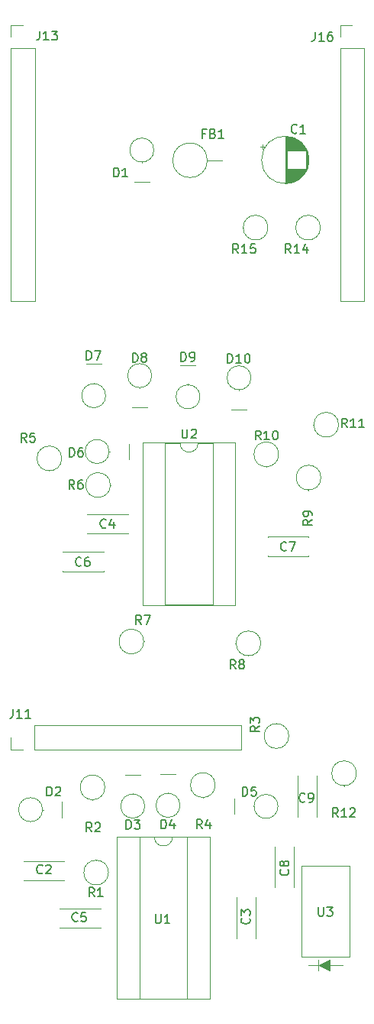
<source format=gbr>
%TF.GenerationSoftware,KiCad,Pcbnew,7.0.1-0*%
%TF.CreationDate,2023-11-10T19:29:42+13:00*%
%TF.ProjectId,Punkys-new-brew_main,50756e6b-7973-42d6-9e65-772d62726577,003*%
%TF.SameCoordinates,Original*%
%TF.FileFunction,Legend,Top*%
%TF.FilePolarity,Positive*%
%FSLAX46Y46*%
G04 Gerber Fmt 4.6, Leading zero omitted, Abs format (unit mm)*
G04 Created by KiCad (PCBNEW 7.0.1-0) date 2023-11-10 19:29:42*
%MOMM*%
%LPD*%
G01*
G04 APERTURE LIST*
%ADD10C,0.150000*%
%ADD11C,0.120000*%
G04 APERTURE END LIST*
D10*
%TO.C,D4*%
X61211905Y-123528304D02*
X61211905Y-122528304D01*
X61211905Y-122528304D02*
X61450000Y-122528304D01*
X61450000Y-122528304D02*
X61592857Y-122575923D01*
X61592857Y-122575923D02*
X61688095Y-122671161D01*
X61688095Y-122671161D02*
X61735714Y-122766399D01*
X61735714Y-122766399D02*
X61783333Y-122956875D01*
X61783333Y-122956875D02*
X61783333Y-123099732D01*
X61783333Y-123099732D02*
X61735714Y-123290208D01*
X61735714Y-123290208D02*
X61688095Y-123385446D01*
X61688095Y-123385446D02*
X61592857Y-123480685D01*
X61592857Y-123480685D02*
X61450000Y-123528304D01*
X61450000Y-123528304D02*
X61211905Y-123528304D01*
X62640476Y-122861637D02*
X62640476Y-123528304D01*
X62402381Y-122480685D02*
X62164286Y-123194970D01*
X62164286Y-123194970D02*
X62783333Y-123194970D01*
%TO.C,R11*%
X81842142Y-79072619D02*
X81508809Y-78596428D01*
X81270714Y-79072619D02*
X81270714Y-78072619D01*
X81270714Y-78072619D02*
X81651666Y-78072619D01*
X81651666Y-78072619D02*
X81746904Y-78120238D01*
X81746904Y-78120238D02*
X81794523Y-78167857D01*
X81794523Y-78167857D02*
X81842142Y-78263095D01*
X81842142Y-78263095D02*
X81842142Y-78405952D01*
X81842142Y-78405952D02*
X81794523Y-78501190D01*
X81794523Y-78501190D02*
X81746904Y-78548809D01*
X81746904Y-78548809D02*
X81651666Y-78596428D01*
X81651666Y-78596428D02*
X81270714Y-78596428D01*
X82794523Y-79072619D02*
X82223095Y-79072619D01*
X82508809Y-79072619D02*
X82508809Y-78072619D01*
X82508809Y-78072619D02*
X82413571Y-78215476D01*
X82413571Y-78215476D02*
X82318333Y-78310714D01*
X82318333Y-78310714D02*
X82223095Y-78358333D01*
X83746904Y-79072619D02*
X83175476Y-79072619D01*
X83461190Y-79072619D02*
X83461190Y-78072619D01*
X83461190Y-78072619D02*
X83365952Y-78215476D01*
X83365952Y-78215476D02*
X83270714Y-78310714D01*
X83270714Y-78310714D02*
X83175476Y-78358333D01*
%TO.C,R1*%
X53813333Y-131052619D02*
X53480000Y-130576428D01*
X53241905Y-131052619D02*
X53241905Y-130052619D01*
X53241905Y-130052619D02*
X53622857Y-130052619D01*
X53622857Y-130052619D02*
X53718095Y-130100238D01*
X53718095Y-130100238D02*
X53765714Y-130147857D01*
X53765714Y-130147857D02*
X53813333Y-130243095D01*
X53813333Y-130243095D02*
X53813333Y-130385952D01*
X53813333Y-130385952D02*
X53765714Y-130481190D01*
X53765714Y-130481190D02*
X53718095Y-130528809D01*
X53718095Y-130528809D02*
X53622857Y-130576428D01*
X53622857Y-130576428D02*
X53241905Y-130576428D01*
X54765714Y-131052619D02*
X54194286Y-131052619D01*
X54480000Y-131052619D02*
X54480000Y-130052619D01*
X54480000Y-130052619D02*
X54384762Y-130195476D01*
X54384762Y-130195476D02*
X54289524Y-130290714D01*
X54289524Y-130290714D02*
X54194286Y-130338333D01*
%TO.C,D3*%
X57351905Y-123546933D02*
X57351905Y-122546933D01*
X57351905Y-122546933D02*
X57590000Y-122546933D01*
X57590000Y-122546933D02*
X57732857Y-122594552D01*
X57732857Y-122594552D02*
X57828095Y-122689790D01*
X57828095Y-122689790D02*
X57875714Y-122785028D01*
X57875714Y-122785028D02*
X57923333Y-122975504D01*
X57923333Y-122975504D02*
X57923333Y-123118361D01*
X57923333Y-123118361D02*
X57875714Y-123308837D01*
X57875714Y-123308837D02*
X57828095Y-123404075D01*
X57828095Y-123404075D02*
X57732857Y-123499314D01*
X57732857Y-123499314D02*
X57590000Y-123546933D01*
X57590000Y-123546933D02*
X57351905Y-123546933D01*
X58256667Y-122546933D02*
X58875714Y-122546933D01*
X58875714Y-122546933D02*
X58542381Y-122927885D01*
X58542381Y-122927885D02*
X58685238Y-122927885D01*
X58685238Y-122927885D02*
X58780476Y-122975504D01*
X58780476Y-122975504D02*
X58828095Y-123023123D01*
X58828095Y-123023123D02*
X58875714Y-123118361D01*
X58875714Y-123118361D02*
X58875714Y-123356456D01*
X58875714Y-123356456D02*
X58828095Y-123451694D01*
X58828095Y-123451694D02*
X58780476Y-123499314D01*
X58780476Y-123499314D02*
X58685238Y-123546933D01*
X58685238Y-123546933D02*
X58399524Y-123546933D01*
X58399524Y-123546933D02*
X58304286Y-123499314D01*
X58304286Y-123499314D02*
X58256667Y-123451694D01*
%TO.C,D1*%
X55971905Y-51312619D02*
X55971905Y-50312619D01*
X55971905Y-50312619D02*
X56210000Y-50312619D01*
X56210000Y-50312619D02*
X56352857Y-50360238D01*
X56352857Y-50360238D02*
X56448095Y-50455476D01*
X56448095Y-50455476D02*
X56495714Y-50550714D01*
X56495714Y-50550714D02*
X56543333Y-50741190D01*
X56543333Y-50741190D02*
X56543333Y-50884047D01*
X56543333Y-50884047D02*
X56495714Y-51074523D01*
X56495714Y-51074523D02*
X56448095Y-51169761D01*
X56448095Y-51169761D02*
X56352857Y-51265000D01*
X56352857Y-51265000D02*
X56210000Y-51312619D01*
X56210000Y-51312619D02*
X55971905Y-51312619D01*
X57495714Y-51312619D02*
X56924286Y-51312619D01*
X57210000Y-51312619D02*
X57210000Y-50312619D01*
X57210000Y-50312619D02*
X57114762Y-50455476D01*
X57114762Y-50455476D02*
X57019524Y-50550714D01*
X57019524Y-50550714D02*
X56924286Y-50598333D01*
%TO.C,C3*%
X70997380Y-133456666D02*
X71045000Y-133504285D01*
X71045000Y-133504285D02*
X71092619Y-133647142D01*
X71092619Y-133647142D02*
X71092619Y-133742380D01*
X71092619Y-133742380D02*
X71045000Y-133885237D01*
X71045000Y-133885237D02*
X70949761Y-133980475D01*
X70949761Y-133980475D02*
X70854523Y-134028094D01*
X70854523Y-134028094D02*
X70664047Y-134075713D01*
X70664047Y-134075713D02*
X70521190Y-134075713D01*
X70521190Y-134075713D02*
X70330714Y-134028094D01*
X70330714Y-134028094D02*
X70235476Y-133980475D01*
X70235476Y-133980475D02*
X70140238Y-133885237D01*
X70140238Y-133885237D02*
X70092619Y-133742380D01*
X70092619Y-133742380D02*
X70092619Y-133647142D01*
X70092619Y-133647142D02*
X70140238Y-133504285D01*
X70140238Y-133504285D02*
X70187857Y-133456666D01*
X70092619Y-133123332D02*
X70092619Y-132504285D01*
X70092619Y-132504285D02*
X70473571Y-132837618D01*
X70473571Y-132837618D02*
X70473571Y-132694761D01*
X70473571Y-132694761D02*
X70521190Y-132599523D01*
X70521190Y-132599523D02*
X70568809Y-132551904D01*
X70568809Y-132551904D02*
X70664047Y-132504285D01*
X70664047Y-132504285D02*
X70902142Y-132504285D01*
X70902142Y-132504285D02*
X70997380Y-132551904D01*
X70997380Y-132551904D02*
X71045000Y-132599523D01*
X71045000Y-132599523D02*
X71092619Y-132694761D01*
X71092619Y-132694761D02*
X71092619Y-132980475D01*
X71092619Y-132980475D02*
X71045000Y-133075713D01*
X71045000Y-133075713D02*
X70997380Y-133123332D01*
%TO.C,R10*%
X72267142Y-80432619D02*
X71933809Y-79956428D01*
X71695714Y-80432619D02*
X71695714Y-79432619D01*
X71695714Y-79432619D02*
X72076666Y-79432619D01*
X72076666Y-79432619D02*
X72171904Y-79480238D01*
X72171904Y-79480238D02*
X72219523Y-79527857D01*
X72219523Y-79527857D02*
X72267142Y-79623095D01*
X72267142Y-79623095D02*
X72267142Y-79765952D01*
X72267142Y-79765952D02*
X72219523Y-79861190D01*
X72219523Y-79861190D02*
X72171904Y-79908809D01*
X72171904Y-79908809D02*
X72076666Y-79956428D01*
X72076666Y-79956428D02*
X71695714Y-79956428D01*
X73219523Y-80432619D02*
X72648095Y-80432619D01*
X72933809Y-80432619D02*
X72933809Y-79432619D01*
X72933809Y-79432619D02*
X72838571Y-79575476D01*
X72838571Y-79575476D02*
X72743333Y-79670714D01*
X72743333Y-79670714D02*
X72648095Y-79718333D01*
X73838571Y-79432619D02*
X73933809Y-79432619D01*
X73933809Y-79432619D02*
X74029047Y-79480238D01*
X74029047Y-79480238D02*
X74076666Y-79527857D01*
X74076666Y-79527857D02*
X74124285Y-79623095D01*
X74124285Y-79623095D02*
X74171904Y-79813571D01*
X74171904Y-79813571D02*
X74171904Y-80051666D01*
X74171904Y-80051666D02*
X74124285Y-80242142D01*
X74124285Y-80242142D02*
X74076666Y-80337380D01*
X74076666Y-80337380D02*
X74029047Y-80385000D01*
X74029047Y-80385000D02*
X73933809Y-80432619D01*
X73933809Y-80432619D02*
X73838571Y-80432619D01*
X73838571Y-80432619D02*
X73743333Y-80385000D01*
X73743333Y-80385000D02*
X73695714Y-80337380D01*
X73695714Y-80337380D02*
X73648095Y-80242142D01*
X73648095Y-80242142D02*
X73600476Y-80051666D01*
X73600476Y-80051666D02*
X73600476Y-79813571D01*
X73600476Y-79813571D02*
X73648095Y-79623095D01*
X73648095Y-79623095D02*
X73695714Y-79527857D01*
X73695714Y-79527857D02*
X73743333Y-79480238D01*
X73743333Y-79480238D02*
X73838571Y-79432619D01*
%TO.C,C1*%
X76273333Y-46397380D02*
X76225714Y-46445000D01*
X76225714Y-46445000D02*
X76082857Y-46492619D01*
X76082857Y-46492619D02*
X75987619Y-46492619D01*
X75987619Y-46492619D02*
X75844762Y-46445000D01*
X75844762Y-46445000D02*
X75749524Y-46349761D01*
X75749524Y-46349761D02*
X75701905Y-46254523D01*
X75701905Y-46254523D02*
X75654286Y-46064047D01*
X75654286Y-46064047D02*
X75654286Y-45921190D01*
X75654286Y-45921190D02*
X75701905Y-45730714D01*
X75701905Y-45730714D02*
X75749524Y-45635476D01*
X75749524Y-45635476D02*
X75844762Y-45540238D01*
X75844762Y-45540238D02*
X75987619Y-45492619D01*
X75987619Y-45492619D02*
X76082857Y-45492619D01*
X76082857Y-45492619D02*
X76225714Y-45540238D01*
X76225714Y-45540238D02*
X76273333Y-45587857D01*
X77225714Y-46492619D02*
X76654286Y-46492619D01*
X76940000Y-46492619D02*
X76940000Y-45492619D01*
X76940000Y-45492619D02*
X76844762Y-45635476D01*
X76844762Y-45635476D02*
X76749524Y-45730714D01*
X76749524Y-45730714D02*
X76654286Y-45778333D01*
%TO.C,R15*%
X69782142Y-59762619D02*
X69448809Y-59286428D01*
X69210714Y-59762619D02*
X69210714Y-58762619D01*
X69210714Y-58762619D02*
X69591666Y-58762619D01*
X69591666Y-58762619D02*
X69686904Y-58810238D01*
X69686904Y-58810238D02*
X69734523Y-58857857D01*
X69734523Y-58857857D02*
X69782142Y-58953095D01*
X69782142Y-58953095D02*
X69782142Y-59095952D01*
X69782142Y-59095952D02*
X69734523Y-59191190D01*
X69734523Y-59191190D02*
X69686904Y-59238809D01*
X69686904Y-59238809D02*
X69591666Y-59286428D01*
X69591666Y-59286428D02*
X69210714Y-59286428D01*
X70734523Y-59762619D02*
X70163095Y-59762619D01*
X70448809Y-59762619D02*
X70448809Y-58762619D01*
X70448809Y-58762619D02*
X70353571Y-58905476D01*
X70353571Y-58905476D02*
X70258333Y-59000714D01*
X70258333Y-59000714D02*
X70163095Y-59048333D01*
X71639285Y-58762619D02*
X71163095Y-58762619D01*
X71163095Y-58762619D02*
X71115476Y-59238809D01*
X71115476Y-59238809D02*
X71163095Y-59191190D01*
X71163095Y-59191190D02*
X71258333Y-59143571D01*
X71258333Y-59143571D02*
X71496428Y-59143571D01*
X71496428Y-59143571D02*
X71591666Y-59191190D01*
X71591666Y-59191190D02*
X71639285Y-59238809D01*
X71639285Y-59238809D02*
X71686904Y-59334047D01*
X71686904Y-59334047D02*
X71686904Y-59572142D01*
X71686904Y-59572142D02*
X71639285Y-59667380D01*
X71639285Y-59667380D02*
X71591666Y-59715000D01*
X71591666Y-59715000D02*
X71496428Y-59762619D01*
X71496428Y-59762619D02*
X71258333Y-59762619D01*
X71258333Y-59762619D02*
X71163095Y-59715000D01*
X71163095Y-59715000D02*
X71115476Y-59667380D01*
%TO.C,R7*%
X59028333Y-100882619D02*
X58695000Y-100406428D01*
X58456905Y-100882619D02*
X58456905Y-99882619D01*
X58456905Y-99882619D02*
X58837857Y-99882619D01*
X58837857Y-99882619D02*
X58933095Y-99930238D01*
X58933095Y-99930238D02*
X58980714Y-99977857D01*
X58980714Y-99977857D02*
X59028333Y-100073095D01*
X59028333Y-100073095D02*
X59028333Y-100215952D01*
X59028333Y-100215952D02*
X58980714Y-100311190D01*
X58980714Y-100311190D02*
X58933095Y-100358809D01*
X58933095Y-100358809D02*
X58837857Y-100406428D01*
X58837857Y-100406428D02*
X58456905Y-100406428D01*
X59361667Y-99882619D02*
X60028333Y-99882619D01*
X60028333Y-99882619D02*
X59599762Y-100882619D01*
%TO.C,U1*%
X60608095Y-133002619D02*
X60608095Y-133812142D01*
X60608095Y-133812142D02*
X60655714Y-133907380D01*
X60655714Y-133907380D02*
X60703333Y-133955000D01*
X60703333Y-133955000D02*
X60798571Y-134002619D01*
X60798571Y-134002619D02*
X60989047Y-134002619D01*
X60989047Y-134002619D02*
X61084285Y-133955000D01*
X61084285Y-133955000D02*
X61131904Y-133907380D01*
X61131904Y-133907380D02*
X61179523Y-133812142D01*
X61179523Y-133812142D02*
X61179523Y-133002619D01*
X62179523Y-134002619D02*
X61608095Y-134002619D01*
X61893809Y-134002619D02*
X61893809Y-133002619D01*
X61893809Y-133002619D02*
X61798571Y-133145476D01*
X61798571Y-133145476D02*
X61703333Y-133240714D01*
X61703333Y-133240714D02*
X61608095Y-133288333D01*
%TO.C,C6*%
X52343333Y-94357380D02*
X52295714Y-94405000D01*
X52295714Y-94405000D02*
X52152857Y-94452619D01*
X52152857Y-94452619D02*
X52057619Y-94452619D01*
X52057619Y-94452619D02*
X51914762Y-94405000D01*
X51914762Y-94405000D02*
X51819524Y-94309761D01*
X51819524Y-94309761D02*
X51771905Y-94214523D01*
X51771905Y-94214523D02*
X51724286Y-94024047D01*
X51724286Y-94024047D02*
X51724286Y-93881190D01*
X51724286Y-93881190D02*
X51771905Y-93690714D01*
X51771905Y-93690714D02*
X51819524Y-93595476D01*
X51819524Y-93595476D02*
X51914762Y-93500238D01*
X51914762Y-93500238D02*
X52057619Y-93452619D01*
X52057619Y-93452619D02*
X52152857Y-93452619D01*
X52152857Y-93452619D02*
X52295714Y-93500238D01*
X52295714Y-93500238D02*
X52343333Y-93547857D01*
X53200476Y-93452619D02*
X53010000Y-93452619D01*
X53010000Y-93452619D02*
X52914762Y-93500238D01*
X52914762Y-93500238D02*
X52867143Y-93547857D01*
X52867143Y-93547857D02*
X52771905Y-93690714D01*
X52771905Y-93690714D02*
X52724286Y-93881190D01*
X52724286Y-93881190D02*
X52724286Y-94262142D01*
X52724286Y-94262142D02*
X52771905Y-94357380D01*
X52771905Y-94357380D02*
X52819524Y-94405000D01*
X52819524Y-94405000D02*
X52914762Y-94452619D01*
X52914762Y-94452619D02*
X53105238Y-94452619D01*
X53105238Y-94452619D02*
X53200476Y-94405000D01*
X53200476Y-94405000D02*
X53248095Y-94357380D01*
X53248095Y-94357380D02*
X53295714Y-94262142D01*
X53295714Y-94262142D02*
X53295714Y-94024047D01*
X53295714Y-94024047D02*
X53248095Y-93928809D01*
X53248095Y-93928809D02*
X53200476Y-93881190D01*
X53200476Y-93881190D02*
X53105238Y-93833571D01*
X53105238Y-93833571D02*
X52914762Y-93833571D01*
X52914762Y-93833571D02*
X52819524Y-93881190D01*
X52819524Y-93881190D02*
X52771905Y-93928809D01*
X52771905Y-93928809D02*
X52724286Y-94024047D01*
%TO.C,FB1*%
X66126666Y-46488809D02*
X65793333Y-46488809D01*
X65793333Y-47012619D02*
X65793333Y-46012619D01*
X65793333Y-46012619D02*
X66269523Y-46012619D01*
X66983809Y-46488809D02*
X67126666Y-46536428D01*
X67126666Y-46536428D02*
X67174285Y-46584047D01*
X67174285Y-46584047D02*
X67221904Y-46679285D01*
X67221904Y-46679285D02*
X67221904Y-46822142D01*
X67221904Y-46822142D02*
X67174285Y-46917380D01*
X67174285Y-46917380D02*
X67126666Y-46965000D01*
X67126666Y-46965000D02*
X67031428Y-47012619D01*
X67031428Y-47012619D02*
X66650476Y-47012619D01*
X66650476Y-47012619D02*
X66650476Y-46012619D01*
X66650476Y-46012619D02*
X66983809Y-46012619D01*
X66983809Y-46012619D02*
X67079047Y-46060238D01*
X67079047Y-46060238D02*
X67126666Y-46107857D01*
X67126666Y-46107857D02*
X67174285Y-46203095D01*
X67174285Y-46203095D02*
X67174285Y-46298333D01*
X67174285Y-46298333D02*
X67126666Y-46393571D01*
X67126666Y-46393571D02*
X67079047Y-46441190D01*
X67079047Y-46441190D02*
X66983809Y-46488809D01*
X66983809Y-46488809D02*
X66650476Y-46488809D01*
X68174285Y-47012619D02*
X67602857Y-47012619D01*
X67888571Y-47012619D02*
X67888571Y-46012619D01*
X67888571Y-46012619D02*
X67793333Y-46155476D01*
X67793333Y-46155476D02*
X67698095Y-46250714D01*
X67698095Y-46250714D02*
X67602857Y-46298333D01*
%TO.C,U2*%
X63558095Y-79267619D02*
X63558095Y-80077142D01*
X63558095Y-80077142D02*
X63605714Y-80172380D01*
X63605714Y-80172380D02*
X63653333Y-80220000D01*
X63653333Y-80220000D02*
X63748571Y-80267619D01*
X63748571Y-80267619D02*
X63939047Y-80267619D01*
X63939047Y-80267619D02*
X64034285Y-80220000D01*
X64034285Y-80220000D02*
X64081904Y-80172380D01*
X64081904Y-80172380D02*
X64129523Y-80077142D01*
X64129523Y-80077142D02*
X64129523Y-79267619D01*
X64558095Y-79362857D02*
X64605714Y-79315238D01*
X64605714Y-79315238D02*
X64700952Y-79267619D01*
X64700952Y-79267619D02*
X64939047Y-79267619D01*
X64939047Y-79267619D02*
X65034285Y-79315238D01*
X65034285Y-79315238D02*
X65081904Y-79362857D01*
X65081904Y-79362857D02*
X65129523Y-79458095D01*
X65129523Y-79458095D02*
X65129523Y-79553333D01*
X65129523Y-79553333D02*
X65081904Y-79696190D01*
X65081904Y-79696190D02*
X64510476Y-80267619D01*
X64510476Y-80267619D02*
X65129523Y-80267619D01*
%TO.C,J16*%
X78290476Y-35262619D02*
X78290476Y-35976904D01*
X78290476Y-35976904D02*
X78242857Y-36119761D01*
X78242857Y-36119761D02*
X78147619Y-36215000D01*
X78147619Y-36215000D02*
X78004762Y-36262619D01*
X78004762Y-36262619D02*
X77909524Y-36262619D01*
X79290476Y-36262619D02*
X78719048Y-36262619D01*
X79004762Y-36262619D02*
X79004762Y-35262619D01*
X79004762Y-35262619D02*
X78909524Y-35405476D01*
X78909524Y-35405476D02*
X78814286Y-35500714D01*
X78814286Y-35500714D02*
X78719048Y-35548333D01*
X80147619Y-35262619D02*
X79957143Y-35262619D01*
X79957143Y-35262619D02*
X79861905Y-35310238D01*
X79861905Y-35310238D02*
X79814286Y-35357857D01*
X79814286Y-35357857D02*
X79719048Y-35500714D01*
X79719048Y-35500714D02*
X79671429Y-35691190D01*
X79671429Y-35691190D02*
X79671429Y-36072142D01*
X79671429Y-36072142D02*
X79719048Y-36167380D01*
X79719048Y-36167380D02*
X79766667Y-36215000D01*
X79766667Y-36215000D02*
X79861905Y-36262619D01*
X79861905Y-36262619D02*
X80052381Y-36262619D01*
X80052381Y-36262619D02*
X80147619Y-36215000D01*
X80147619Y-36215000D02*
X80195238Y-36167380D01*
X80195238Y-36167380D02*
X80242857Y-36072142D01*
X80242857Y-36072142D02*
X80242857Y-35834047D01*
X80242857Y-35834047D02*
X80195238Y-35738809D01*
X80195238Y-35738809D02*
X80147619Y-35691190D01*
X80147619Y-35691190D02*
X80052381Y-35643571D01*
X80052381Y-35643571D02*
X79861905Y-35643571D01*
X79861905Y-35643571D02*
X79766667Y-35691190D01*
X79766667Y-35691190D02*
X79719048Y-35738809D01*
X79719048Y-35738809D02*
X79671429Y-35834047D01*
%TO.C,R3*%
X72102619Y-112161666D02*
X71626428Y-112494999D01*
X72102619Y-112733094D02*
X71102619Y-112733094D01*
X71102619Y-112733094D02*
X71102619Y-112352142D01*
X71102619Y-112352142D02*
X71150238Y-112256904D01*
X71150238Y-112256904D02*
X71197857Y-112209285D01*
X71197857Y-112209285D02*
X71293095Y-112161666D01*
X71293095Y-112161666D02*
X71435952Y-112161666D01*
X71435952Y-112161666D02*
X71531190Y-112209285D01*
X71531190Y-112209285D02*
X71578809Y-112256904D01*
X71578809Y-112256904D02*
X71626428Y-112352142D01*
X71626428Y-112352142D02*
X71626428Y-112733094D01*
X71102619Y-111828332D02*
X71102619Y-111209285D01*
X71102619Y-111209285D02*
X71483571Y-111542618D01*
X71483571Y-111542618D02*
X71483571Y-111399761D01*
X71483571Y-111399761D02*
X71531190Y-111304523D01*
X71531190Y-111304523D02*
X71578809Y-111256904D01*
X71578809Y-111256904D02*
X71674047Y-111209285D01*
X71674047Y-111209285D02*
X71912142Y-111209285D01*
X71912142Y-111209285D02*
X72007380Y-111256904D01*
X72007380Y-111256904D02*
X72055000Y-111304523D01*
X72055000Y-111304523D02*
X72102619Y-111399761D01*
X72102619Y-111399761D02*
X72102619Y-111685475D01*
X72102619Y-111685475D02*
X72055000Y-111780713D01*
X72055000Y-111780713D02*
X72007380Y-111828332D01*
%TO.C,R12*%
X80847142Y-122242619D02*
X80513809Y-121766428D01*
X80275714Y-122242619D02*
X80275714Y-121242619D01*
X80275714Y-121242619D02*
X80656666Y-121242619D01*
X80656666Y-121242619D02*
X80751904Y-121290238D01*
X80751904Y-121290238D02*
X80799523Y-121337857D01*
X80799523Y-121337857D02*
X80847142Y-121433095D01*
X80847142Y-121433095D02*
X80847142Y-121575952D01*
X80847142Y-121575952D02*
X80799523Y-121671190D01*
X80799523Y-121671190D02*
X80751904Y-121718809D01*
X80751904Y-121718809D02*
X80656666Y-121766428D01*
X80656666Y-121766428D02*
X80275714Y-121766428D01*
X81799523Y-122242619D02*
X81228095Y-122242619D01*
X81513809Y-122242619D02*
X81513809Y-121242619D01*
X81513809Y-121242619D02*
X81418571Y-121385476D01*
X81418571Y-121385476D02*
X81323333Y-121480714D01*
X81323333Y-121480714D02*
X81228095Y-121528333D01*
X82180476Y-121337857D02*
X82228095Y-121290238D01*
X82228095Y-121290238D02*
X82323333Y-121242619D01*
X82323333Y-121242619D02*
X82561428Y-121242619D01*
X82561428Y-121242619D02*
X82656666Y-121290238D01*
X82656666Y-121290238D02*
X82704285Y-121337857D01*
X82704285Y-121337857D02*
X82751904Y-121433095D01*
X82751904Y-121433095D02*
X82751904Y-121528333D01*
X82751904Y-121528333D02*
X82704285Y-121671190D01*
X82704285Y-121671190D02*
X82132857Y-122242619D01*
X82132857Y-122242619D02*
X82751904Y-122242619D01*
%TO.C,R8*%
X69468333Y-105822619D02*
X69135000Y-105346428D01*
X68896905Y-105822619D02*
X68896905Y-104822619D01*
X68896905Y-104822619D02*
X69277857Y-104822619D01*
X69277857Y-104822619D02*
X69373095Y-104870238D01*
X69373095Y-104870238D02*
X69420714Y-104917857D01*
X69420714Y-104917857D02*
X69468333Y-105013095D01*
X69468333Y-105013095D02*
X69468333Y-105155952D01*
X69468333Y-105155952D02*
X69420714Y-105251190D01*
X69420714Y-105251190D02*
X69373095Y-105298809D01*
X69373095Y-105298809D02*
X69277857Y-105346428D01*
X69277857Y-105346428D02*
X68896905Y-105346428D01*
X70039762Y-105251190D02*
X69944524Y-105203571D01*
X69944524Y-105203571D02*
X69896905Y-105155952D01*
X69896905Y-105155952D02*
X69849286Y-105060714D01*
X69849286Y-105060714D02*
X69849286Y-105013095D01*
X69849286Y-105013095D02*
X69896905Y-104917857D01*
X69896905Y-104917857D02*
X69944524Y-104870238D01*
X69944524Y-104870238D02*
X70039762Y-104822619D01*
X70039762Y-104822619D02*
X70230238Y-104822619D01*
X70230238Y-104822619D02*
X70325476Y-104870238D01*
X70325476Y-104870238D02*
X70373095Y-104917857D01*
X70373095Y-104917857D02*
X70420714Y-105013095D01*
X70420714Y-105013095D02*
X70420714Y-105060714D01*
X70420714Y-105060714D02*
X70373095Y-105155952D01*
X70373095Y-105155952D02*
X70325476Y-105203571D01*
X70325476Y-105203571D02*
X70230238Y-105251190D01*
X70230238Y-105251190D02*
X70039762Y-105251190D01*
X70039762Y-105251190D02*
X69944524Y-105298809D01*
X69944524Y-105298809D02*
X69896905Y-105346428D01*
X69896905Y-105346428D02*
X69849286Y-105441666D01*
X69849286Y-105441666D02*
X69849286Y-105632142D01*
X69849286Y-105632142D02*
X69896905Y-105727380D01*
X69896905Y-105727380D02*
X69944524Y-105775000D01*
X69944524Y-105775000D02*
X70039762Y-105822619D01*
X70039762Y-105822619D02*
X70230238Y-105822619D01*
X70230238Y-105822619D02*
X70325476Y-105775000D01*
X70325476Y-105775000D02*
X70373095Y-105727380D01*
X70373095Y-105727380D02*
X70420714Y-105632142D01*
X70420714Y-105632142D02*
X70420714Y-105441666D01*
X70420714Y-105441666D02*
X70373095Y-105346428D01*
X70373095Y-105346428D02*
X70325476Y-105298809D01*
X70325476Y-105298809D02*
X70230238Y-105251190D01*
%TO.C,C7*%
X75093333Y-92667380D02*
X75045714Y-92715000D01*
X75045714Y-92715000D02*
X74902857Y-92762619D01*
X74902857Y-92762619D02*
X74807619Y-92762619D01*
X74807619Y-92762619D02*
X74664762Y-92715000D01*
X74664762Y-92715000D02*
X74569524Y-92619761D01*
X74569524Y-92619761D02*
X74521905Y-92524523D01*
X74521905Y-92524523D02*
X74474286Y-92334047D01*
X74474286Y-92334047D02*
X74474286Y-92191190D01*
X74474286Y-92191190D02*
X74521905Y-92000714D01*
X74521905Y-92000714D02*
X74569524Y-91905476D01*
X74569524Y-91905476D02*
X74664762Y-91810238D01*
X74664762Y-91810238D02*
X74807619Y-91762619D01*
X74807619Y-91762619D02*
X74902857Y-91762619D01*
X74902857Y-91762619D02*
X75045714Y-91810238D01*
X75045714Y-91810238D02*
X75093333Y-91857857D01*
X75426667Y-91762619D02*
X76093333Y-91762619D01*
X76093333Y-91762619D02*
X75664762Y-92762619D01*
%TO.C,J13*%
X47750476Y-35152619D02*
X47750476Y-35866904D01*
X47750476Y-35866904D02*
X47702857Y-36009761D01*
X47702857Y-36009761D02*
X47607619Y-36105000D01*
X47607619Y-36105000D02*
X47464762Y-36152619D01*
X47464762Y-36152619D02*
X47369524Y-36152619D01*
X48750476Y-36152619D02*
X48179048Y-36152619D01*
X48464762Y-36152619D02*
X48464762Y-35152619D01*
X48464762Y-35152619D02*
X48369524Y-35295476D01*
X48369524Y-35295476D02*
X48274286Y-35390714D01*
X48274286Y-35390714D02*
X48179048Y-35438333D01*
X49083810Y-35152619D02*
X49702857Y-35152619D01*
X49702857Y-35152619D02*
X49369524Y-35533571D01*
X49369524Y-35533571D02*
X49512381Y-35533571D01*
X49512381Y-35533571D02*
X49607619Y-35581190D01*
X49607619Y-35581190D02*
X49655238Y-35628809D01*
X49655238Y-35628809D02*
X49702857Y-35724047D01*
X49702857Y-35724047D02*
X49702857Y-35962142D01*
X49702857Y-35962142D02*
X49655238Y-36057380D01*
X49655238Y-36057380D02*
X49607619Y-36105000D01*
X49607619Y-36105000D02*
X49512381Y-36152619D01*
X49512381Y-36152619D02*
X49226667Y-36152619D01*
X49226667Y-36152619D02*
X49131429Y-36105000D01*
X49131429Y-36105000D02*
X49083810Y-36057380D01*
%TO.C,R6*%
X51593333Y-85882619D02*
X51260000Y-85406428D01*
X51021905Y-85882619D02*
X51021905Y-84882619D01*
X51021905Y-84882619D02*
X51402857Y-84882619D01*
X51402857Y-84882619D02*
X51498095Y-84930238D01*
X51498095Y-84930238D02*
X51545714Y-84977857D01*
X51545714Y-84977857D02*
X51593333Y-85073095D01*
X51593333Y-85073095D02*
X51593333Y-85215952D01*
X51593333Y-85215952D02*
X51545714Y-85311190D01*
X51545714Y-85311190D02*
X51498095Y-85358809D01*
X51498095Y-85358809D02*
X51402857Y-85406428D01*
X51402857Y-85406428D02*
X51021905Y-85406428D01*
X52450476Y-84882619D02*
X52260000Y-84882619D01*
X52260000Y-84882619D02*
X52164762Y-84930238D01*
X52164762Y-84930238D02*
X52117143Y-84977857D01*
X52117143Y-84977857D02*
X52021905Y-85120714D01*
X52021905Y-85120714D02*
X51974286Y-85311190D01*
X51974286Y-85311190D02*
X51974286Y-85692142D01*
X51974286Y-85692142D02*
X52021905Y-85787380D01*
X52021905Y-85787380D02*
X52069524Y-85835000D01*
X52069524Y-85835000D02*
X52164762Y-85882619D01*
X52164762Y-85882619D02*
X52355238Y-85882619D01*
X52355238Y-85882619D02*
X52450476Y-85835000D01*
X52450476Y-85835000D02*
X52498095Y-85787380D01*
X52498095Y-85787380D02*
X52545714Y-85692142D01*
X52545714Y-85692142D02*
X52545714Y-85454047D01*
X52545714Y-85454047D02*
X52498095Y-85358809D01*
X52498095Y-85358809D02*
X52450476Y-85311190D01*
X52450476Y-85311190D02*
X52355238Y-85263571D01*
X52355238Y-85263571D02*
X52164762Y-85263571D01*
X52164762Y-85263571D02*
X52069524Y-85311190D01*
X52069524Y-85311190D02*
X52021905Y-85358809D01*
X52021905Y-85358809D02*
X51974286Y-85454047D01*
%TO.C,D7*%
X52951905Y-71596934D02*
X52951905Y-70596934D01*
X52951905Y-70596934D02*
X53190000Y-70596934D01*
X53190000Y-70596934D02*
X53332857Y-70644553D01*
X53332857Y-70644553D02*
X53428095Y-70739791D01*
X53428095Y-70739791D02*
X53475714Y-70835029D01*
X53475714Y-70835029D02*
X53523333Y-71025505D01*
X53523333Y-71025505D02*
X53523333Y-71168362D01*
X53523333Y-71168362D02*
X53475714Y-71358838D01*
X53475714Y-71358838D02*
X53428095Y-71454076D01*
X53428095Y-71454076D02*
X53332857Y-71549315D01*
X53332857Y-71549315D02*
X53190000Y-71596934D01*
X53190000Y-71596934D02*
X52951905Y-71596934D01*
X53856667Y-70596934D02*
X54523333Y-70596934D01*
X54523333Y-70596934D02*
X54094762Y-71596934D01*
%TO.C,R14*%
X75607142Y-59762619D02*
X75273809Y-59286428D01*
X75035714Y-59762619D02*
X75035714Y-58762619D01*
X75035714Y-58762619D02*
X75416666Y-58762619D01*
X75416666Y-58762619D02*
X75511904Y-58810238D01*
X75511904Y-58810238D02*
X75559523Y-58857857D01*
X75559523Y-58857857D02*
X75607142Y-58953095D01*
X75607142Y-58953095D02*
X75607142Y-59095952D01*
X75607142Y-59095952D02*
X75559523Y-59191190D01*
X75559523Y-59191190D02*
X75511904Y-59238809D01*
X75511904Y-59238809D02*
X75416666Y-59286428D01*
X75416666Y-59286428D02*
X75035714Y-59286428D01*
X76559523Y-59762619D02*
X75988095Y-59762619D01*
X76273809Y-59762619D02*
X76273809Y-58762619D01*
X76273809Y-58762619D02*
X76178571Y-58905476D01*
X76178571Y-58905476D02*
X76083333Y-59000714D01*
X76083333Y-59000714D02*
X75988095Y-59048333D01*
X77416666Y-59095952D02*
X77416666Y-59762619D01*
X77178571Y-58715000D02*
X76940476Y-59429285D01*
X76940476Y-59429285D02*
X77559523Y-59429285D01*
%TO.C,R9*%
X77972619Y-89296666D02*
X77496428Y-89629999D01*
X77972619Y-89868094D02*
X76972619Y-89868094D01*
X76972619Y-89868094D02*
X76972619Y-89487142D01*
X76972619Y-89487142D02*
X77020238Y-89391904D01*
X77020238Y-89391904D02*
X77067857Y-89344285D01*
X77067857Y-89344285D02*
X77163095Y-89296666D01*
X77163095Y-89296666D02*
X77305952Y-89296666D01*
X77305952Y-89296666D02*
X77401190Y-89344285D01*
X77401190Y-89344285D02*
X77448809Y-89391904D01*
X77448809Y-89391904D02*
X77496428Y-89487142D01*
X77496428Y-89487142D02*
X77496428Y-89868094D01*
X77972619Y-88820475D02*
X77972619Y-88629999D01*
X77972619Y-88629999D02*
X77925000Y-88534761D01*
X77925000Y-88534761D02*
X77877380Y-88487142D01*
X77877380Y-88487142D02*
X77734523Y-88391904D01*
X77734523Y-88391904D02*
X77544047Y-88344285D01*
X77544047Y-88344285D02*
X77163095Y-88344285D01*
X77163095Y-88344285D02*
X77067857Y-88391904D01*
X77067857Y-88391904D02*
X77020238Y-88439523D01*
X77020238Y-88439523D02*
X76972619Y-88534761D01*
X76972619Y-88534761D02*
X76972619Y-88725237D01*
X76972619Y-88725237D02*
X77020238Y-88820475D01*
X77020238Y-88820475D02*
X77067857Y-88868094D01*
X77067857Y-88868094D02*
X77163095Y-88915713D01*
X77163095Y-88915713D02*
X77401190Y-88915713D01*
X77401190Y-88915713D02*
X77496428Y-88868094D01*
X77496428Y-88868094D02*
X77544047Y-88820475D01*
X77544047Y-88820475D02*
X77591666Y-88725237D01*
X77591666Y-88725237D02*
X77591666Y-88534761D01*
X77591666Y-88534761D02*
X77544047Y-88439523D01*
X77544047Y-88439523D02*
X77496428Y-88391904D01*
X77496428Y-88391904D02*
X77401190Y-88344285D01*
%TO.C,D8*%
X58077389Y-71828305D02*
X58077389Y-70828305D01*
X58077389Y-70828305D02*
X58315484Y-70828305D01*
X58315484Y-70828305D02*
X58458341Y-70875924D01*
X58458341Y-70875924D02*
X58553579Y-70971162D01*
X58553579Y-70971162D02*
X58601198Y-71066400D01*
X58601198Y-71066400D02*
X58648817Y-71256876D01*
X58648817Y-71256876D02*
X58648817Y-71399733D01*
X58648817Y-71399733D02*
X58601198Y-71590209D01*
X58601198Y-71590209D02*
X58553579Y-71685447D01*
X58553579Y-71685447D02*
X58458341Y-71780686D01*
X58458341Y-71780686D02*
X58315484Y-71828305D01*
X58315484Y-71828305D02*
X58077389Y-71828305D01*
X59220246Y-71256876D02*
X59125008Y-71209257D01*
X59125008Y-71209257D02*
X59077389Y-71161638D01*
X59077389Y-71161638D02*
X59029770Y-71066400D01*
X59029770Y-71066400D02*
X59029770Y-71018781D01*
X59029770Y-71018781D02*
X59077389Y-70923543D01*
X59077389Y-70923543D02*
X59125008Y-70875924D01*
X59125008Y-70875924D02*
X59220246Y-70828305D01*
X59220246Y-70828305D02*
X59410722Y-70828305D01*
X59410722Y-70828305D02*
X59505960Y-70875924D01*
X59505960Y-70875924D02*
X59553579Y-70923543D01*
X59553579Y-70923543D02*
X59601198Y-71018781D01*
X59601198Y-71018781D02*
X59601198Y-71066400D01*
X59601198Y-71066400D02*
X59553579Y-71161638D01*
X59553579Y-71161638D02*
X59505960Y-71209257D01*
X59505960Y-71209257D02*
X59410722Y-71256876D01*
X59410722Y-71256876D02*
X59220246Y-71256876D01*
X59220246Y-71256876D02*
X59125008Y-71304495D01*
X59125008Y-71304495D02*
X59077389Y-71352114D01*
X59077389Y-71352114D02*
X59029770Y-71447352D01*
X59029770Y-71447352D02*
X59029770Y-71637828D01*
X59029770Y-71637828D02*
X59077389Y-71733066D01*
X59077389Y-71733066D02*
X59125008Y-71780686D01*
X59125008Y-71780686D02*
X59220246Y-71828305D01*
X59220246Y-71828305D02*
X59410722Y-71828305D01*
X59410722Y-71828305D02*
X59505960Y-71780686D01*
X59505960Y-71780686D02*
X59553579Y-71733066D01*
X59553579Y-71733066D02*
X59601198Y-71637828D01*
X59601198Y-71637828D02*
X59601198Y-71447352D01*
X59601198Y-71447352D02*
X59553579Y-71352114D01*
X59553579Y-71352114D02*
X59505960Y-71304495D01*
X59505960Y-71304495D02*
X59410722Y-71256876D01*
%TO.C,R5*%
X46278333Y-80702619D02*
X45945000Y-80226428D01*
X45706905Y-80702619D02*
X45706905Y-79702619D01*
X45706905Y-79702619D02*
X46087857Y-79702619D01*
X46087857Y-79702619D02*
X46183095Y-79750238D01*
X46183095Y-79750238D02*
X46230714Y-79797857D01*
X46230714Y-79797857D02*
X46278333Y-79893095D01*
X46278333Y-79893095D02*
X46278333Y-80035952D01*
X46278333Y-80035952D02*
X46230714Y-80131190D01*
X46230714Y-80131190D02*
X46183095Y-80178809D01*
X46183095Y-80178809D02*
X46087857Y-80226428D01*
X46087857Y-80226428D02*
X45706905Y-80226428D01*
X47183095Y-79702619D02*
X46706905Y-79702619D01*
X46706905Y-79702619D02*
X46659286Y-80178809D01*
X46659286Y-80178809D02*
X46706905Y-80131190D01*
X46706905Y-80131190D02*
X46802143Y-80083571D01*
X46802143Y-80083571D02*
X47040238Y-80083571D01*
X47040238Y-80083571D02*
X47135476Y-80131190D01*
X47135476Y-80131190D02*
X47183095Y-80178809D01*
X47183095Y-80178809D02*
X47230714Y-80274047D01*
X47230714Y-80274047D02*
X47230714Y-80512142D01*
X47230714Y-80512142D02*
X47183095Y-80607380D01*
X47183095Y-80607380D02*
X47135476Y-80655000D01*
X47135476Y-80655000D02*
X47040238Y-80702619D01*
X47040238Y-80702619D02*
X46802143Y-80702619D01*
X46802143Y-80702619D02*
X46706905Y-80655000D01*
X46706905Y-80655000D02*
X46659286Y-80607380D01*
%TO.C,R4*%
X65759018Y-123517619D02*
X65425685Y-123041428D01*
X65187590Y-123517619D02*
X65187590Y-122517619D01*
X65187590Y-122517619D02*
X65568542Y-122517619D01*
X65568542Y-122517619D02*
X65663780Y-122565238D01*
X65663780Y-122565238D02*
X65711399Y-122612857D01*
X65711399Y-122612857D02*
X65759018Y-122708095D01*
X65759018Y-122708095D02*
X65759018Y-122850952D01*
X65759018Y-122850952D02*
X65711399Y-122946190D01*
X65711399Y-122946190D02*
X65663780Y-122993809D01*
X65663780Y-122993809D02*
X65568542Y-123041428D01*
X65568542Y-123041428D02*
X65187590Y-123041428D01*
X66616161Y-122850952D02*
X66616161Y-123517619D01*
X66378066Y-122470000D02*
X66139971Y-123184285D01*
X66139971Y-123184285D02*
X66759018Y-123184285D01*
%TO.C,C5*%
X51963333Y-133717380D02*
X51915714Y-133765000D01*
X51915714Y-133765000D02*
X51772857Y-133812619D01*
X51772857Y-133812619D02*
X51677619Y-133812619D01*
X51677619Y-133812619D02*
X51534762Y-133765000D01*
X51534762Y-133765000D02*
X51439524Y-133669761D01*
X51439524Y-133669761D02*
X51391905Y-133574523D01*
X51391905Y-133574523D02*
X51344286Y-133384047D01*
X51344286Y-133384047D02*
X51344286Y-133241190D01*
X51344286Y-133241190D02*
X51391905Y-133050714D01*
X51391905Y-133050714D02*
X51439524Y-132955476D01*
X51439524Y-132955476D02*
X51534762Y-132860238D01*
X51534762Y-132860238D02*
X51677619Y-132812619D01*
X51677619Y-132812619D02*
X51772857Y-132812619D01*
X51772857Y-132812619D02*
X51915714Y-132860238D01*
X51915714Y-132860238D02*
X51963333Y-132907857D01*
X52868095Y-132812619D02*
X52391905Y-132812619D01*
X52391905Y-132812619D02*
X52344286Y-133288809D01*
X52344286Y-133288809D02*
X52391905Y-133241190D01*
X52391905Y-133241190D02*
X52487143Y-133193571D01*
X52487143Y-133193571D02*
X52725238Y-133193571D01*
X52725238Y-133193571D02*
X52820476Y-133241190D01*
X52820476Y-133241190D02*
X52868095Y-133288809D01*
X52868095Y-133288809D02*
X52915714Y-133384047D01*
X52915714Y-133384047D02*
X52915714Y-133622142D01*
X52915714Y-133622142D02*
X52868095Y-133717380D01*
X52868095Y-133717380D02*
X52820476Y-133765000D01*
X52820476Y-133765000D02*
X52725238Y-133812619D01*
X52725238Y-133812619D02*
X52487143Y-133812619D01*
X52487143Y-133812619D02*
X52391905Y-133765000D01*
X52391905Y-133765000D02*
X52344286Y-133717380D01*
%TO.C,C9*%
X77153333Y-120487380D02*
X77105714Y-120535000D01*
X77105714Y-120535000D02*
X76962857Y-120582619D01*
X76962857Y-120582619D02*
X76867619Y-120582619D01*
X76867619Y-120582619D02*
X76724762Y-120535000D01*
X76724762Y-120535000D02*
X76629524Y-120439761D01*
X76629524Y-120439761D02*
X76581905Y-120344523D01*
X76581905Y-120344523D02*
X76534286Y-120154047D01*
X76534286Y-120154047D02*
X76534286Y-120011190D01*
X76534286Y-120011190D02*
X76581905Y-119820714D01*
X76581905Y-119820714D02*
X76629524Y-119725476D01*
X76629524Y-119725476D02*
X76724762Y-119630238D01*
X76724762Y-119630238D02*
X76867619Y-119582619D01*
X76867619Y-119582619D02*
X76962857Y-119582619D01*
X76962857Y-119582619D02*
X77105714Y-119630238D01*
X77105714Y-119630238D02*
X77153333Y-119677857D01*
X77629524Y-120582619D02*
X77820000Y-120582619D01*
X77820000Y-120582619D02*
X77915238Y-120535000D01*
X77915238Y-120535000D02*
X77962857Y-120487380D01*
X77962857Y-120487380D02*
X78058095Y-120344523D01*
X78058095Y-120344523D02*
X78105714Y-120154047D01*
X78105714Y-120154047D02*
X78105714Y-119773095D01*
X78105714Y-119773095D02*
X78058095Y-119677857D01*
X78058095Y-119677857D02*
X78010476Y-119630238D01*
X78010476Y-119630238D02*
X77915238Y-119582619D01*
X77915238Y-119582619D02*
X77724762Y-119582619D01*
X77724762Y-119582619D02*
X77629524Y-119630238D01*
X77629524Y-119630238D02*
X77581905Y-119677857D01*
X77581905Y-119677857D02*
X77534286Y-119773095D01*
X77534286Y-119773095D02*
X77534286Y-120011190D01*
X77534286Y-120011190D02*
X77581905Y-120106428D01*
X77581905Y-120106428D02*
X77629524Y-120154047D01*
X77629524Y-120154047D02*
X77724762Y-120201666D01*
X77724762Y-120201666D02*
X77915238Y-120201666D01*
X77915238Y-120201666D02*
X78010476Y-120154047D01*
X78010476Y-120154047D02*
X78058095Y-120106428D01*
X78058095Y-120106428D02*
X78105714Y-120011190D01*
%TO.C,D2*%
X48547591Y-119892619D02*
X48547591Y-118892619D01*
X48547591Y-118892619D02*
X48785686Y-118892619D01*
X48785686Y-118892619D02*
X48928543Y-118940238D01*
X48928543Y-118940238D02*
X49023781Y-119035476D01*
X49023781Y-119035476D02*
X49071400Y-119130714D01*
X49071400Y-119130714D02*
X49119019Y-119321190D01*
X49119019Y-119321190D02*
X49119019Y-119464047D01*
X49119019Y-119464047D02*
X49071400Y-119654523D01*
X49071400Y-119654523D02*
X49023781Y-119749761D01*
X49023781Y-119749761D02*
X48928543Y-119845000D01*
X48928543Y-119845000D02*
X48785686Y-119892619D01*
X48785686Y-119892619D02*
X48547591Y-119892619D01*
X49499972Y-118987857D02*
X49547591Y-118940238D01*
X49547591Y-118940238D02*
X49642829Y-118892619D01*
X49642829Y-118892619D02*
X49880924Y-118892619D01*
X49880924Y-118892619D02*
X49976162Y-118940238D01*
X49976162Y-118940238D02*
X50023781Y-118987857D01*
X50023781Y-118987857D02*
X50071400Y-119083095D01*
X50071400Y-119083095D02*
X50071400Y-119178333D01*
X50071400Y-119178333D02*
X50023781Y-119321190D01*
X50023781Y-119321190D02*
X49452353Y-119892619D01*
X49452353Y-119892619D02*
X50071400Y-119892619D01*
%TO.C,C4*%
X55093333Y-90137380D02*
X55045714Y-90185000D01*
X55045714Y-90185000D02*
X54902857Y-90232619D01*
X54902857Y-90232619D02*
X54807619Y-90232619D01*
X54807619Y-90232619D02*
X54664762Y-90185000D01*
X54664762Y-90185000D02*
X54569524Y-90089761D01*
X54569524Y-90089761D02*
X54521905Y-89994523D01*
X54521905Y-89994523D02*
X54474286Y-89804047D01*
X54474286Y-89804047D02*
X54474286Y-89661190D01*
X54474286Y-89661190D02*
X54521905Y-89470714D01*
X54521905Y-89470714D02*
X54569524Y-89375476D01*
X54569524Y-89375476D02*
X54664762Y-89280238D01*
X54664762Y-89280238D02*
X54807619Y-89232619D01*
X54807619Y-89232619D02*
X54902857Y-89232619D01*
X54902857Y-89232619D02*
X55045714Y-89280238D01*
X55045714Y-89280238D02*
X55093333Y-89327857D01*
X55950476Y-89565952D02*
X55950476Y-90232619D01*
X55712381Y-89185000D02*
X55474286Y-89899285D01*
X55474286Y-89899285D02*
X56093333Y-89899285D01*
%TO.C,D5*%
X70246220Y-119902619D02*
X70246220Y-118902619D01*
X70246220Y-118902619D02*
X70484315Y-118902619D01*
X70484315Y-118902619D02*
X70627172Y-118950238D01*
X70627172Y-118950238D02*
X70722410Y-119045476D01*
X70722410Y-119045476D02*
X70770029Y-119140714D01*
X70770029Y-119140714D02*
X70817648Y-119331190D01*
X70817648Y-119331190D02*
X70817648Y-119474047D01*
X70817648Y-119474047D02*
X70770029Y-119664523D01*
X70770029Y-119664523D02*
X70722410Y-119759761D01*
X70722410Y-119759761D02*
X70627172Y-119855000D01*
X70627172Y-119855000D02*
X70484315Y-119902619D01*
X70484315Y-119902619D02*
X70246220Y-119902619D01*
X71722410Y-118902619D02*
X71246220Y-118902619D01*
X71246220Y-118902619D02*
X71198601Y-119378809D01*
X71198601Y-119378809D02*
X71246220Y-119331190D01*
X71246220Y-119331190D02*
X71341458Y-119283571D01*
X71341458Y-119283571D02*
X71579553Y-119283571D01*
X71579553Y-119283571D02*
X71674791Y-119331190D01*
X71674791Y-119331190D02*
X71722410Y-119378809D01*
X71722410Y-119378809D02*
X71770029Y-119474047D01*
X71770029Y-119474047D02*
X71770029Y-119712142D01*
X71770029Y-119712142D02*
X71722410Y-119807380D01*
X71722410Y-119807380D02*
X71674791Y-119855000D01*
X71674791Y-119855000D02*
X71579553Y-119902619D01*
X71579553Y-119902619D02*
X71341458Y-119902619D01*
X71341458Y-119902619D02*
X71246220Y-119855000D01*
X71246220Y-119855000D02*
X71198601Y-119807380D01*
%TO.C,J11*%
X44790476Y-110262619D02*
X44790476Y-110976904D01*
X44790476Y-110976904D02*
X44742857Y-111119761D01*
X44742857Y-111119761D02*
X44647619Y-111215000D01*
X44647619Y-111215000D02*
X44504762Y-111262619D01*
X44504762Y-111262619D02*
X44409524Y-111262619D01*
X45790476Y-111262619D02*
X45219048Y-111262619D01*
X45504762Y-111262619D02*
X45504762Y-110262619D01*
X45504762Y-110262619D02*
X45409524Y-110405476D01*
X45409524Y-110405476D02*
X45314286Y-110500714D01*
X45314286Y-110500714D02*
X45219048Y-110548333D01*
X46742857Y-111262619D02*
X46171429Y-111262619D01*
X46457143Y-111262619D02*
X46457143Y-110262619D01*
X46457143Y-110262619D02*
X46361905Y-110405476D01*
X46361905Y-110405476D02*
X46266667Y-110500714D01*
X46266667Y-110500714D02*
X46171429Y-110548333D01*
%TO.C,D6*%
X51041906Y-82322619D02*
X51041906Y-81322619D01*
X51041906Y-81322619D02*
X51280001Y-81322619D01*
X51280001Y-81322619D02*
X51422858Y-81370238D01*
X51422858Y-81370238D02*
X51518096Y-81465476D01*
X51518096Y-81465476D02*
X51565715Y-81560714D01*
X51565715Y-81560714D02*
X51613334Y-81751190D01*
X51613334Y-81751190D02*
X51613334Y-81894047D01*
X51613334Y-81894047D02*
X51565715Y-82084523D01*
X51565715Y-82084523D02*
X51518096Y-82179761D01*
X51518096Y-82179761D02*
X51422858Y-82275000D01*
X51422858Y-82275000D02*
X51280001Y-82322619D01*
X51280001Y-82322619D02*
X51041906Y-82322619D01*
X52470477Y-81322619D02*
X52280001Y-81322619D01*
X52280001Y-81322619D02*
X52184763Y-81370238D01*
X52184763Y-81370238D02*
X52137144Y-81417857D01*
X52137144Y-81417857D02*
X52041906Y-81560714D01*
X52041906Y-81560714D02*
X51994287Y-81751190D01*
X51994287Y-81751190D02*
X51994287Y-82132142D01*
X51994287Y-82132142D02*
X52041906Y-82227380D01*
X52041906Y-82227380D02*
X52089525Y-82275000D01*
X52089525Y-82275000D02*
X52184763Y-82322619D01*
X52184763Y-82322619D02*
X52375239Y-82322619D01*
X52375239Y-82322619D02*
X52470477Y-82275000D01*
X52470477Y-82275000D02*
X52518096Y-82227380D01*
X52518096Y-82227380D02*
X52565715Y-82132142D01*
X52565715Y-82132142D02*
X52565715Y-81894047D01*
X52565715Y-81894047D02*
X52518096Y-81798809D01*
X52518096Y-81798809D02*
X52470477Y-81751190D01*
X52470477Y-81751190D02*
X52375239Y-81703571D01*
X52375239Y-81703571D02*
X52184763Y-81703571D01*
X52184763Y-81703571D02*
X52089525Y-81751190D01*
X52089525Y-81751190D02*
X52041906Y-81798809D01*
X52041906Y-81798809D02*
X51994287Y-81894047D01*
%TO.C,U3*%
X78658095Y-132202619D02*
X78658095Y-133012142D01*
X78658095Y-133012142D02*
X78705714Y-133107380D01*
X78705714Y-133107380D02*
X78753333Y-133155000D01*
X78753333Y-133155000D02*
X78848571Y-133202619D01*
X78848571Y-133202619D02*
X79039047Y-133202619D01*
X79039047Y-133202619D02*
X79134285Y-133155000D01*
X79134285Y-133155000D02*
X79181904Y-133107380D01*
X79181904Y-133107380D02*
X79229523Y-133012142D01*
X79229523Y-133012142D02*
X79229523Y-132202619D01*
X79610476Y-132202619D02*
X80229523Y-132202619D01*
X80229523Y-132202619D02*
X79896190Y-132583571D01*
X79896190Y-132583571D02*
X80039047Y-132583571D01*
X80039047Y-132583571D02*
X80134285Y-132631190D01*
X80134285Y-132631190D02*
X80181904Y-132678809D01*
X80181904Y-132678809D02*
X80229523Y-132774047D01*
X80229523Y-132774047D02*
X80229523Y-133012142D01*
X80229523Y-133012142D02*
X80181904Y-133107380D01*
X80181904Y-133107380D02*
X80134285Y-133155000D01*
X80134285Y-133155000D02*
X80039047Y-133202619D01*
X80039047Y-133202619D02*
X79753333Y-133202619D01*
X79753333Y-133202619D02*
X79658095Y-133155000D01*
X79658095Y-133155000D02*
X79610476Y-133107380D01*
%TO.C,C8*%
X75297380Y-128046666D02*
X75345000Y-128094285D01*
X75345000Y-128094285D02*
X75392619Y-128237142D01*
X75392619Y-128237142D02*
X75392619Y-128332380D01*
X75392619Y-128332380D02*
X75345000Y-128475237D01*
X75345000Y-128475237D02*
X75249761Y-128570475D01*
X75249761Y-128570475D02*
X75154523Y-128618094D01*
X75154523Y-128618094D02*
X74964047Y-128665713D01*
X74964047Y-128665713D02*
X74821190Y-128665713D01*
X74821190Y-128665713D02*
X74630714Y-128618094D01*
X74630714Y-128618094D02*
X74535476Y-128570475D01*
X74535476Y-128570475D02*
X74440238Y-128475237D01*
X74440238Y-128475237D02*
X74392619Y-128332380D01*
X74392619Y-128332380D02*
X74392619Y-128237142D01*
X74392619Y-128237142D02*
X74440238Y-128094285D01*
X74440238Y-128094285D02*
X74487857Y-128046666D01*
X74821190Y-127475237D02*
X74773571Y-127570475D01*
X74773571Y-127570475D02*
X74725952Y-127618094D01*
X74725952Y-127618094D02*
X74630714Y-127665713D01*
X74630714Y-127665713D02*
X74583095Y-127665713D01*
X74583095Y-127665713D02*
X74487857Y-127618094D01*
X74487857Y-127618094D02*
X74440238Y-127570475D01*
X74440238Y-127570475D02*
X74392619Y-127475237D01*
X74392619Y-127475237D02*
X74392619Y-127284761D01*
X74392619Y-127284761D02*
X74440238Y-127189523D01*
X74440238Y-127189523D02*
X74487857Y-127141904D01*
X74487857Y-127141904D02*
X74583095Y-127094285D01*
X74583095Y-127094285D02*
X74630714Y-127094285D01*
X74630714Y-127094285D02*
X74725952Y-127141904D01*
X74725952Y-127141904D02*
X74773571Y-127189523D01*
X74773571Y-127189523D02*
X74821190Y-127284761D01*
X74821190Y-127284761D02*
X74821190Y-127475237D01*
X74821190Y-127475237D02*
X74868809Y-127570475D01*
X74868809Y-127570475D02*
X74916428Y-127618094D01*
X74916428Y-127618094D02*
X75011666Y-127665713D01*
X75011666Y-127665713D02*
X75202142Y-127665713D01*
X75202142Y-127665713D02*
X75297380Y-127618094D01*
X75297380Y-127618094D02*
X75345000Y-127570475D01*
X75345000Y-127570475D02*
X75392619Y-127475237D01*
X75392619Y-127475237D02*
X75392619Y-127284761D01*
X75392619Y-127284761D02*
X75345000Y-127189523D01*
X75345000Y-127189523D02*
X75297380Y-127141904D01*
X75297380Y-127141904D02*
X75202142Y-127094285D01*
X75202142Y-127094285D02*
X75011666Y-127094285D01*
X75011666Y-127094285D02*
X74916428Y-127141904D01*
X74916428Y-127141904D02*
X74868809Y-127189523D01*
X74868809Y-127189523D02*
X74821190Y-127284761D01*
%TO.C,R2*%
X53513333Y-123852619D02*
X53180000Y-123376428D01*
X52941905Y-123852619D02*
X52941905Y-122852619D01*
X52941905Y-122852619D02*
X53322857Y-122852619D01*
X53322857Y-122852619D02*
X53418095Y-122900238D01*
X53418095Y-122900238D02*
X53465714Y-122947857D01*
X53465714Y-122947857D02*
X53513333Y-123043095D01*
X53513333Y-123043095D02*
X53513333Y-123185952D01*
X53513333Y-123185952D02*
X53465714Y-123281190D01*
X53465714Y-123281190D02*
X53418095Y-123328809D01*
X53418095Y-123328809D02*
X53322857Y-123376428D01*
X53322857Y-123376428D02*
X52941905Y-123376428D01*
X53894286Y-122947857D02*
X53941905Y-122900238D01*
X53941905Y-122900238D02*
X54037143Y-122852619D01*
X54037143Y-122852619D02*
X54275238Y-122852619D01*
X54275238Y-122852619D02*
X54370476Y-122900238D01*
X54370476Y-122900238D02*
X54418095Y-122947857D01*
X54418095Y-122947857D02*
X54465714Y-123043095D01*
X54465714Y-123043095D02*
X54465714Y-123138333D01*
X54465714Y-123138333D02*
X54418095Y-123281190D01*
X54418095Y-123281190D02*
X53846667Y-123852619D01*
X53846667Y-123852619D02*
X54465714Y-123852619D01*
%TO.C,D9*%
X63431905Y-71736934D02*
X63431905Y-70736934D01*
X63431905Y-70736934D02*
X63670000Y-70736934D01*
X63670000Y-70736934D02*
X63812857Y-70784553D01*
X63812857Y-70784553D02*
X63908095Y-70879791D01*
X63908095Y-70879791D02*
X63955714Y-70975029D01*
X63955714Y-70975029D02*
X64003333Y-71165505D01*
X64003333Y-71165505D02*
X64003333Y-71308362D01*
X64003333Y-71308362D02*
X63955714Y-71498838D01*
X63955714Y-71498838D02*
X63908095Y-71594076D01*
X63908095Y-71594076D02*
X63812857Y-71689315D01*
X63812857Y-71689315D02*
X63670000Y-71736934D01*
X63670000Y-71736934D02*
X63431905Y-71736934D01*
X64479524Y-71736934D02*
X64670000Y-71736934D01*
X64670000Y-71736934D02*
X64765238Y-71689315D01*
X64765238Y-71689315D02*
X64812857Y-71641695D01*
X64812857Y-71641695D02*
X64908095Y-71498838D01*
X64908095Y-71498838D02*
X64955714Y-71308362D01*
X64955714Y-71308362D02*
X64955714Y-70927410D01*
X64955714Y-70927410D02*
X64908095Y-70832172D01*
X64908095Y-70832172D02*
X64860476Y-70784553D01*
X64860476Y-70784553D02*
X64765238Y-70736934D01*
X64765238Y-70736934D02*
X64574762Y-70736934D01*
X64574762Y-70736934D02*
X64479524Y-70784553D01*
X64479524Y-70784553D02*
X64431905Y-70832172D01*
X64431905Y-70832172D02*
X64384286Y-70927410D01*
X64384286Y-70927410D02*
X64384286Y-71165505D01*
X64384286Y-71165505D02*
X64431905Y-71260743D01*
X64431905Y-71260743D02*
X64479524Y-71308362D01*
X64479524Y-71308362D02*
X64574762Y-71355981D01*
X64574762Y-71355981D02*
X64765238Y-71355981D01*
X64765238Y-71355981D02*
X64860476Y-71308362D01*
X64860476Y-71308362D02*
X64908095Y-71260743D01*
X64908095Y-71260743D02*
X64955714Y-71165505D01*
%TO.C,D10*%
X68595714Y-71918305D02*
X68595714Y-70918305D01*
X68595714Y-70918305D02*
X68833809Y-70918305D01*
X68833809Y-70918305D02*
X68976666Y-70965924D01*
X68976666Y-70965924D02*
X69071904Y-71061162D01*
X69071904Y-71061162D02*
X69119523Y-71156400D01*
X69119523Y-71156400D02*
X69167142Y-71346876D01*
X69167142Y-71346876D02*
X69167142Y-71489733D01*
X69167142Y-71489733D02*
X69119523Y-71680209D01*
X69119523Y-71680209D02*
X69071904Y-71775447D01*
X69071904Y-71775447D02*
X68976666Y-71870686D01*
X68976666Y-71870686D02*
X68833809Y-71918305D01*
X68833809Y-71918305D02*
X68595714Y-71918305D01*
X70119523Y-71918305D02*
X69548095Y-71918305D01*
X69833809Y-71918305D02*
X69833809Y-70918305D01*
X69833809Y-70918305D02*
X69738571Y-71061162D01*
X69738571Y-71061162D02*
X69643333Y-71156400D01*
X69643333Y-71156400D02*
X69548095Y-71204019D01*
X70738571Y-70918305D02*
X70833809Y-70918305D01*
X70833809Y-70918305D02*
X70929047Y-70965924D01*
X70929047Y-70965924D02*
X70976666Y-71013543D01*
X70976666Y-71013543D02*
X71024285Y-71108781D01*
X71024285Y-71108781D02*
X71071904Y-71299257D01*
X71071904Y-71299257D02*
X71071904Y-71537352D01*
X71071904Y-71537352D02*
X71024285Y-71727828D01*
X71024285Y-71727828D02*
X70976666Y-71823066D01*
X70976666Y-71823066D02*
X70929047Y-71870686D01*
X70929047Y-71870686D02*
X70833809Y-71918305D01*
X70833809Y-71918305D02*
X70738571Y-71918305D01*
X70738571Y-71918305D02*
X70643333Y-71870686D01*
X70643333Y-71870686D02*
X70595714Y-71823066D01*
X70595714Y-71823066D02*
X70548095Y-71727828D01*
X70548095Y-71727828D02*
X70500476Y-71537352D01*
X70500476Y-71537352D02*
X70500476Y-71299257D01*
X70500476Y-71299257D02*
X70548095Y-71108781D01*
X70548095Y-71108781D02*
X70595714Y-71013543D01*
X70595714Y-71013543D02*
X70643333Y-70965924D01*
X70643333Y-70965924D02*
X70738571Y-70918305D01*
%TO.C,C2*%
X48053333Y-128427380D02*
X48005714Y-128475000D01*
X48005714Y-128475000D02*
X47862857Y-128522619D01*
X47862857Y-128522619D02*
X47767619Y-128522619D01*
X47767619Y-128522619D02*
X47624762Y-128475000D01*
X47624762Y-128475000D02*
X47529524Y-128379761D01*
X47529524Y-128379761D02*
X47481905Y-128284523D01*
X47481905Y-128284523D02*
X47434286Y-128094047D01*
X47434286Y-128094047D02*
X47434286Y-127951190D01*
X47434286Y-127951190D02*
X47481905Y-127760714D01*
X47481905Y-127760714D02*
X47529524Y-127665476D01*
X47529524Y-127665476D02*
X47624762Y-127570238D01*
X47624762Y-127570238D02*
X47767619Y-127522619D01*
X47767619Y-127522619D02*
X47862857Y-127522619D01*
X47862857Y-127522619D02*
X48005714Y-127570238D01*
X48005714Y-127570238D02*
X48053333Y-127617857D01*
X48434286Y-127617857D02*
X48481905Y-127570238D01*
X48481905Y-127570238D02*
X48577143Y-127522619D01*
X48577143Y-127522619D02*
X48815238Y-127522619D01*
X48815238Y-127522619D02*
X48910476Y-127570238D01*
X48910476Y-127570238D02*
X48958095Y-127617857D01*
X48958095Y-127617857D02*
X49005714Y-127713095D01*
X49005714Y-127713095D02*
X49005714Y-127808333D01*
X49005714Y-127808333D02*
X48958095Y-127951190D01*
X48958095Y-127951190D02*
X48386667Y-128522619D01*
X48386667Y-128522619D02*
X49005714Y-128522619D01*
D11*
%TO.C,D4*%
X62830000Y-117440000D02*
X61120000Y-117440000D01*
X61980000Y-119613629D02*
X61980000Y-119500000D01*
X63306371Y-120940000D02*
G75*
G03*
X63306371Y-120940000I-1326371J0D01*
G01*
%TO.C,R11*%
X78160000Y-78770000D02*
X78090000Y-78770000D01*
X80900000Y-78770000D02*
G75*
G03*
X80900000Y-78770000I-1370000J0D01*
G01*
%TO.C,R1*%
X54010000Y-127015000D02*
X54010000Y-126945000D01*
X55380000Y-128385000D02*
G75*
G03*
X55380000Y-128385000I-1370000J0D01*
G01*
%TO.C,D3*%
X58920000Y-117524315D02*
X57210000Y-117524315D01*
X58070000Y-119697944D02*
X58070000Y-119584315D01*
X59396371Y-121024315D02*
G75*
G03*
X59396371Y-121024315I-1326371J0D01*
G01*
%TO.C,D1*%
X58230000Y-51835686D02*
X59940000Y-51835686D01*
X59080000Y-49662057D02*
X59080000Y-49775686D01*
X60406371Y-48335686D02*
G75*
G03*
X60406371Y-48335686I-1326371J0D01*
G01*
%TO.C,C3*%
X71750000Y-131150000D02*
X71735000Y-131150000D01*
X71750000Y-131150000D02*
X71750000Y-135690000D01*
X69625000Y-131150000D02*
X69610000Y-131150000D01*
X69610000Y-131150000D02*
X69610000Y-135690000D01*
X71750000Y-135690000D02*
X71735000Y-135690000D01*
X69625000Y-135690000D02*
X69610000Y-135690000D01*
%TO.C,R10*%
X72880000Y-83415000D02*
X72880000Y-83485000D01*
X74250000Y-82045000D02*
G75*
G03*
X74250000Y-82045000I-1370000J0D01*
G01*
%TO.C,C1*%
X72180113Y-47945000D02*
X72680113Y-47945000D01*
X72430113Y-47695000D02*
X72430113Y-48195000D01*
X74984888Y-46840000D02*
X74984888Y-52000000D01*
X75024888Y-46840000D02*
X75024888Y-52000000D01*
X75064888Y-46841000D02*
X75064888Y-51999000D01*
X75104888Y-46842000D02*
X75104888Y-51998000D01*
X75144888Y-46844000D02*
X75144888Y-51996000D01*
X75184888Y-46847000D02*
X75184888Y-51993000D01*
X75224888Y-46851000D02*
X75224888Y-48380000D01*
X75224888Y-50460000D02*
X75224888Y-51989000D01*
X75264888Y-46855000D02*
X75264888Y-48380000D01*
X75264888Y-50460000D02*
X75264888Y-51985000D01*
X75304888Y-46859000D02*
X75304888Y-48380000D01*
X75304888Y-50460000D02*
X75304888Y-51981000D01*
X75344888Y-46864000D02*
X75344888Y-48380000D01*
X75344888Y-50460000D02*
X75344888Y-51976000D01*
X75384888Y-46870000D02*
X75384888Y-48380000D01*
X75384888Y-50460000D02*
X75384888Y-51970000D01*
X75424888Y-46877000D02*
X75424888Y-48380000D01*
X75424888Y-50460000D02*
X75424888Y-51963000D01*
X75464888Y-46884000D02*
X75464888Y-48380000D01*
X75464888Y-50460000D02*
X75464888Y-51956000D01*
X75504888Y-46892000D02*
X75504888Y-48380000D01*
X75504888Y-50460000D02*
X75504888Y-51948000D01*
X75544888Y-46900000D02*
X75544888Y-48380000D01*
X75544888Y-50460000D02*
X75544888Y-51940000D01*
X75584888Y-46909000D02*
X75584888Y-48380000D01*
X75584888Y-50460000D02*
X75584888Y-51931000D01*
X75624888Y-46919000D02*
X75624888Y-48380000D01*
X75624888Y-50460000D02*
X75624888Y-51921000D01*
X75664888Y-46929000D02*
X75664888Y-48380000D01*
X75664888Y-50460000D02*
X75664888Y-51911000D01*
X75705888Y-46940000D02*
X75705888Y-48380000D01*
X75705888Y-50460000D02*
X75705888Y-51900000D01*
X75745888Y-46952000D02*
X75745888Y-48380000D01*
X75745888Y-50460000D02*
X75745888Y-51888000D01*
X75785888Y-46965000D02*
X75785888Y-48380000D01*
X75785888Y-50460000D02*
X75785888Y-51875000D01*
X75825888Y-46978000D02*
X75825888Y-48380000D01*
X75825888Y-50460000D02*
X75825888Y-51862000D01*
X75865888Y-46992000D02*
X75865888Y-48380000D01*
X75865888Y-50460000D02*
X75865888Y-51848000D01*
X75905888Y-47006000D02*
X75905888Y-48380000D01*
X75905888Y-50460000D02*
X75905888Y-51834000D01*
X75945888Y-47022000D02*
X75945888Y-48380000D01*
X75945888Y-50460000D02*
X75945888Y-51818000D01*
X75985888Y-47038000D02*
X75985888Y-48380000D01*
X75985888Y-50460000D02*
X75985888Y-51802000D01*
X76025888Y-47055000D02*
X76025888Y-48380000D01*
X76025888Y-50460000D02*
X76025888Y-51785000D01*
X76065888Y-47072000D02*
X76065888Y-48380000D01*
X76065888Y-50460000D02*
X76065888Y-51768000D01*
X76105888Y-47091000D02*
X76105888Y-48380000D01*
X76105888Y-50460000D02*
X76105888Y-51749000D01*
X76145888Y-47110000D02*
X76145888Y-48380000D01*
X76145888Y-50460000D02*
X76145888Y-51730000D01*
X76185888Y-47130000D02*
X76185888Y-48380000D01*
X76185888Y-50460000D02*
X76185888Y-51710000D01*
X76225888Y-47152000D02*
X76225888Y-48380000D01*
X76225888Y-50460000D02*
X76225888Y-51688000D01*
X76265888Y-47173000D02*
X76265888Y-48380000D01*
X76265888Y-50460000D02*
X76265888Y-51667000D01*
X76305888Y-47196000D02*
X76305888Y-48380000D01*
X76305888Y-50460000D02*
X76305888Y-51644000D01*
X76345888Y-47220000D02*
X76345888Y-48380000D01*
X76345888Y-50460000D02*
X76345888Y-51620000D01*
X76385888Y-47245000D02*
X76385888Y-48380000D01*
X76385888Y-50460000D02*
X76385888Y-51595000D01*
X76425888Y-47271000D02*
X76425888Y-48380000D01*
X76425888Y-50460000D02*
X76425888Y-51569000D01*
X76465888Y-47298000D02*
X76465888Y-48380000D01*
X76465888Y-50460000D02*
X76465888Y-51542000D01*
X76505888Y-47325000D02*
X76505888Y-48380000D01*
X76505888Y-50460000D02*
X76505888Y-51515000D01*
X76545888Y-47355000D02*
X76545888Y-48380000D01*
X76545888Y-50460000D02*
X76545888Y-51485000D01*
X76585888Y-47385000D02*
X76585888Y-48380000D01*
X76585888Y-50460000D02*
X76585888Y-51455000D01*
X76625888Y-47416000D02*
X76625888Y-48380000D01*
X76625888Y-50460000D02*
X76625888Y-51424000D01*
X76665888Y-47449000D02*
X76665888Y-48380000D01*
X76665888Y-50460000D02*
X76665888Y-51391000D01*
X76705888Y-47483000D02*
X76705888Y-48380000D01*
X76705888Y-50460000D02*
X76705888Y-51357000D01*
X76745888Y-47519000D02*
X76745888Y-48380000D01*
X76745888Y-50460000D02*
X76745888Y-51321000D01*
X76785888Y-47556000D02*
X76785888Y-48380000D01*
X76785888Y-50460000D02*
X76785888Y-51284000D01*
X76825888Y-47594000D02*
X76825888Y-48380000D01*
X76825888Y-50460000D02*
X76825888Y-51246000D01*
X76865888Y-47635000D02*
X76865888Y-48380000D01*
X76865888Y-50460000D02*
X76865888Y-51205000D01*
X76905888Y-47677000D02*
X76905888Y-48380000D01*
X76905888Y-50460000D02*
X76905888Y-51163000D01*
X76945888Y-47721000D02*
X76945888Y-48380000D01*
X76945888Y-50460000D02*
X76945888Y-51119000D01*
X76985888Y-47767000D02*
X76985888Y-48380000D01*
X76985888Y-50460000D02*
X76985888Y-51073000D01*
X77025888Y-47815000D02*
X77025888Y-48380000D01*
X77025888Y-50460000D02*
X77025888Y-51025000D01*
X77065888Y-47866000D02*
X77065888Y-48380000D01*
X77065888Y-50460000D02*
X77065888Y-50974000D01*
X77105888Y-47920000D02*
X77105888Y-48380000D01*
X77105888Y-50460000D02*
X77105888Y-50920000D01*
X77145888Y-47977000D02*
X77145888Y-48380000D01*
X77145888Y-50460000D02*
X77145888Y-50863000D01*
X77185888Y-48037000D02*
X77185888Y-48380000D01*
X77185888Y-50460000D02*
X77185888Y-50803000D01*
X77225888Y-48101000D02*
X77225888Y-48380000D01*
X77225888Y-50460000D02*
X77225888Y-50739000D01*
X77265888Y-48169000D02*
X77265888Y-48380000D01*
X77265888Y-50460000D02*
X77265888Y-50671000D01*
X77305888Y-48242000D02*
X77305888Y-50598000D01*
X77345888Y-48322000D02*
X77345888Y-50518000D01*
X77385888Y-48409000D02*
X77385888Y-50431000D01*
X77425888Y-48505000D02*
X77425888Y-50335000D01*
X77465888Y-48615000D02*
X77465888Y-50225000D01*
X77505888Y-48743000D02*
X77505888Y-50097000D01*
X77545888Y-48902000D02*
X77545888Y-49938000D01*
X77585888Y-49136000D02*
X77585888Y-49704000D01*
X77604888Y-49420000D02*
G75*
G03*
X77604888Y-49420000I-2620000J0D01*
G01*
%TO.C,R15*%
X70325000Y-56930000D02*
X70255000Y-56930000D01*
X73065000Y-56930000D02*
G75*
G03*
X73065000Y-56930000I-1370000J0D01*
G01*
%TO.C,R7*%
X59295000Y-102790000D02*
X59365000Y-102790000D01*
X59295000Y-102790000D02*
G75*
G03*
X59295000Y-102790000I-1370000J0D01*
G01*
%TO.C,U1*%
X56330000Y-124385000D02*
X56330000Y-142405000D01*
X56330000Y-142405000D02*
X66610000Y-142405000D01*
X58820000Y-124445000D02*
X58820000Y-142345000D01*
X58820000Y-142345000D02*
X64120000Y-142345000D01*
X60470000Y-124445000D02*
X58820000Y-124445000D01*
X64120000Y-124445000D02*
X62470000Y-124445000D01*
X64120000Y-142345000D02*
X64120000Y-124445000D01*
X66610000Y-124385000D02*
X56330000Y-124385000D01*
X66610000Y-142405000D02*
X66610000Y-124385000D01*
X60470000Y-124445000D02*
G75*
G03*
X62470000Y-124445000I1000000J0D01*
G01*
%TO.C,C6*%
X54830000Y-95010000D02*
X54830000Y-94995000D01*
X54830000Y-95010000D02*
X50290000Y-95010000D01*
X54830000Y-92885000D02*
X54830000Y-92870000D01*
X54830000Y-92870000D02*
X50290000Y-92870000D01*
X50290000Y-95010000D02*
X50290000Y-94995000D01*
X50290000Y-92885000D02*
X50290000Y-92870000D01*
%TO.C,FB1*%
X66340000Y-49470000D02*
X68000000Y-49470000D01*
X66340000Y-49470000D02*
G75*
G03*
X66340000Y-49470000I-1920000J0D01*
G01*
%TO.C,U2*%
X59180000Y-80745000D02*
X59180000Y-98765000D01*
X59180000Y-98765000D02*
X69460000Y-98765000D01*
X61670000Y-80805000D02*
X61670000Y-98705000D01*
X61670000Y-98705000D02*
X66970000Y-98705000D01*
X63320000Y-80805000D02*
X61670000Y-80805000D01*
X66970000Y-80805000D02*
X65320000Y-80805000D01*
X66970000Y-98705000D02*
X66970000Y-80805000D01*
X69460000Y-80745000D02*
X59180000Y-80745000D01*
X69460000Y-98765000D02*
X69460000Y-80745000D01*
X63320000Y-80805000D02*
G75*
G03*
X65320000Y-80805000I1000000J0D01*
G01*
%TO.C,J16*%
X81070000Y-34470000D02*
X82400000Y-34470000D01*
X81070000Y-35800000D02*
X81070000Y-34470000D01*
X81070000Y-37070000D02*
X81070000Y-65070000D01*
X81070000Y-37070000D02*
X83730000Y-37070000D01*
X81070000Y-65070000D02*
X83730000Y-65070000D01*
X83730000Y-37070000D02*
X83730000Y-65070000D01*
%TO.C,R3*%
X74010000Y-111895000D02*
X74010000Y-111825000D01*
X75380000Y-113265000D02*
G75*
G03*
X75380000Y-113265000I-1370000J0D01*
G01*
%TO.C,R12*%
X81510000Y-118755000D02*
X81510000Y-118825000D01*
X82880000Y-117385000D02*
G75*
G03*
X82880000Y-117385000I-1370000J0D01*
G01*
%TO.C,R8*%
X69535000Y-102990000D02*
X69465000Y-102990000D01*
X72275000Y-102990000D02*
G75*
G03*
X72275000Y-102990000I-1370000J0D01*
G01*
%TO.C,C7*%
X73030000Y-91180000D02*
X73030000Y-91195000D01*
X73030000Y-91180000D02*
X77570000Y-91180000D01*
X73030000Y-93305000D02*
X73030000Y-93320000D01*
X73030000Y-93320000D02*
X77570000Y-93320000D01*
X77570000Y-91180000D02*
X77570000Y-91195000D01*
X77570000Y-93305000D02*
X77570000Y-93320000D01*
%TO.C,J13*%
X44570000Y-34470000D02*
X45900000Y-34470000D01*
X44570000Y-35800000D02*
X44570000Y-34470000D01*
X44570000Y-37070000D02*
X44570000Y-65070000D01*
X44570000Y-37070000D02*
X47230000Y-37070000D01*
X44570000Y-65070000D02*
X47230000Y-65070000D01*
X47230000Y-37070000D02*
X47230000Y-65070000D01*
%TO.C,R6*%
X55590000Y-85450000D02*
X55660000Y-85450000D01*
X55590000Y-85450000D02*
G75*
G03*
X55590000Y-85450000I-1370000J0D01*
G01*
%TO.C,D7*%
X54590000Y-72054315D02*
X52880000Y-72054315D01*
X53740000Y-74227944D02*
X53740000Y-74114315D01*
X55066371Y-75554315D02*
G75*
G03*
X55066371Y-75554315I-1326371J0D01*
G01*
%TO.C,R14*%
X76150000Y-56930000D02*
X76080000Y-56930000D01*
X78890000Y-56930000D02*
G75*
G03*
X78890000Y-56930000I-1370000J0D01*
G01*
%TO.C,R9*%
X77570000Y-85995000D02*
X77570000Y-86065000D01*
X78940000Y-84625000D02*
G75*
G03*
X78940000Y-84625000I-1370000J0D01*
G01*
%TO.C,D8*%
X57990000Y-76825686D02*
X59700000Y-76825686D01*
X58840000Y-74652057D02*
X58840000Y-74765686D01*
X60166371Y-73325686D02*
G75*
G03*
X60166371Y-73325686I-1326371J0D01*
G01*
%TO.C,R5*%
X47450000Y-82500000D02*
X47380000Y-82500000D01*
X50190000Y-82500000D02*
G75*
G03*
X50190000Y-82500000I-1370000J0D01*
G01*
%TO.C,R4*%
X65840000Y-120065000D02*
X65840000Y-120135000D01*
X67210000Y-118695000D02*
G75*
G03*
X67210000Y-118695000I-1370000J0D01*
G01*
%TO.C,C5*%
X49950000Y-132350000D02*
X49950000Y-132365000D01*
X49950000Y-132350000D02*
X54490000Y-132350000D01*
X49950000Y-134475000D02*
X49950000Y-134490000D01*
X49950000Y-134490000D02*
X54490000Y-134490000D01*
X54490000Y-132350000D02*
X54490000Y-132365000D01*
X54490000Y-134475000D02*
X54490000Y-134490000D01*
%TO.C,C9*%
X76330000Y-122190000D02*
X76345000Y-122190000D01*
X76330000Y-122190000D02*
X76330000Y-117650000D01*
X78455000Y-122190000D02*
X78470000Y-122190000D01*
X78470000Y-122190000D02*
X78470000Y-117650000D01*
X76330000Y-117650000D02*
X76345000Y-117650000D01*
X78455000Y-117650000D02*
X78470000Y-117650000D01*
%TO.C,D2*%
X50235686Y-122270000D02*
X50235686Y-120560000D01*
X48062057Y-121420000D02*
X48175686Y-121420000D01*
X48062057Y-121420000D02*
G75*
G03*
X48062057Y-121420000I-1326371J0D01*
G01*
%TO.C,C4*%
X57580000Y-90810000D02*
X57580000Y-90795000D01*
X57580000Y-90810000D02*
X53040000Y-90810000D01*
X57580000Y-88685000D02*
X57580000Y-88670000D01*
X57580000Y-88670000D02*
X53040000Y-88670000D01*
X53040000Y-90810000D02*
X53040000Y-90795000D01*
X53040000Y-88685000D02*
X53040000Y-88670000D01*
%TO.C,D5*%
X69354315Y-120210000D02*
X69354315Y-121920000D01*
X71527944Y-121060000D02*
X71414315Y-121060000D01*
X74180686Y-121060000D02*
G75*
G03*
X74180686Y-121060000I-1326371J0D01*
G01*
%TO.C,J11*%
X44570000Y-114730000D02*
X44570000Y-113400000D01*
X45900000Y-114730000D02*
X44570000Y-114730000D01*
X47170000Y-114730000D02*
X70090000Y-114730000D01*
X47170000Y-114730000D02*
X47170000Y-112070000D01*
X70090000Y-114730000D02*
X70090000Y-112070000D01*
X47170000Y-112070000D02*
X70090000Y-112070000D01*
%TO.C,D6*%
X57615686Y-82590000D02*
X57615686Y-80880000D01*
X55442057Y-81740000D02*
X55555686Y-81740000D01*
X55442057Y-81740000D02*
G75*
G03*
X55442057Y-81740000I-1326371J0D01*
G01*
%TO.C,U3*%
X78670000Y-139240000D02*
X78670000Y-138060000D01*
X81360000Y-138650000D02*
X77540000Y-138650000D01*
X76830000Y-137680000D02*
X82090000Y-137680000D01*
X76830000Y-137680000D02*
X76830000Y-127660000D01*
X82090000Y-137680000D02*
X82090000Y-127660000D01*
X82090000Y-127660000D02*
X76830000Y-127660000D01*
X79940000Y-139240000D02*
X78760000Y-138650000D01*
X79940000Y-138060000D01*
X79940000Y-139240000D01*
G36*
X79940000Y-139240000D02*
G01*
X78760000Y-138650000D01*
X79940000Y-138060000D01*
X79940000Y-139240000D01*
G37*
%TO.C,C8*%
X75980000Y-125490000D02*
X75965000Y-125490000D01*
X75980000Y-125490000D02*
X75980000Y-130030000D01*
X73855000Y-125490000D02*
X73840000Y-125490000D01*
X73840000Y-125490000D02*
X73840000Y-130030000D01*
X75980000Y-130030000D02*
X75965000Y-130030000D01*
X73855000Y-130030000D02*
X73840000Y-130030000D01*
%TO.C,R2*%
X53610000Y-120315000D02*
X53610000Y-120385000D01*
X54980000Y-118945000D02*
G75*
G03*
X54980000Y-118945000I-1370000J0D01*
G01*
%TO.C,D9*%
X65050000Y-72174315D02*
X63340000Y-72174315D01*
X64200000Y-74347944D02*
X64200000Y-74234315D01*
X65526371Y-75674315D02*
G75*
G03*
X65526371Y-75674315I-1326371J0D01*
G01*
%TO.C,D10*%
X69010000Y-77065686D02*
X70720000Y-77065686D01*
X69860000Y-74892057D02*
X69860000Y-75005686D01*
X71186371Y-73565686D02*
G75*
G03*
X71186371Y-73565686I-1326371J0D01*
G01*
%TO.C,C2*%
X45950000Y-127100000D02*
X45950000Y-127115000D01*
X45950000Y-127100000D02*
X50490000Y-127100000D01*
X45950000Y-129225000D02*
X45950000Y-129240000D01*
X45950000Y-129240000D02*
X50490000Y-129240000D01*
X50490000Y-127100000D02*
X50490000Y-127115000D01*
X50490000Y-129225000D02*
X50490000Y-129240000D01*
%TD*%
M02*

</source>
